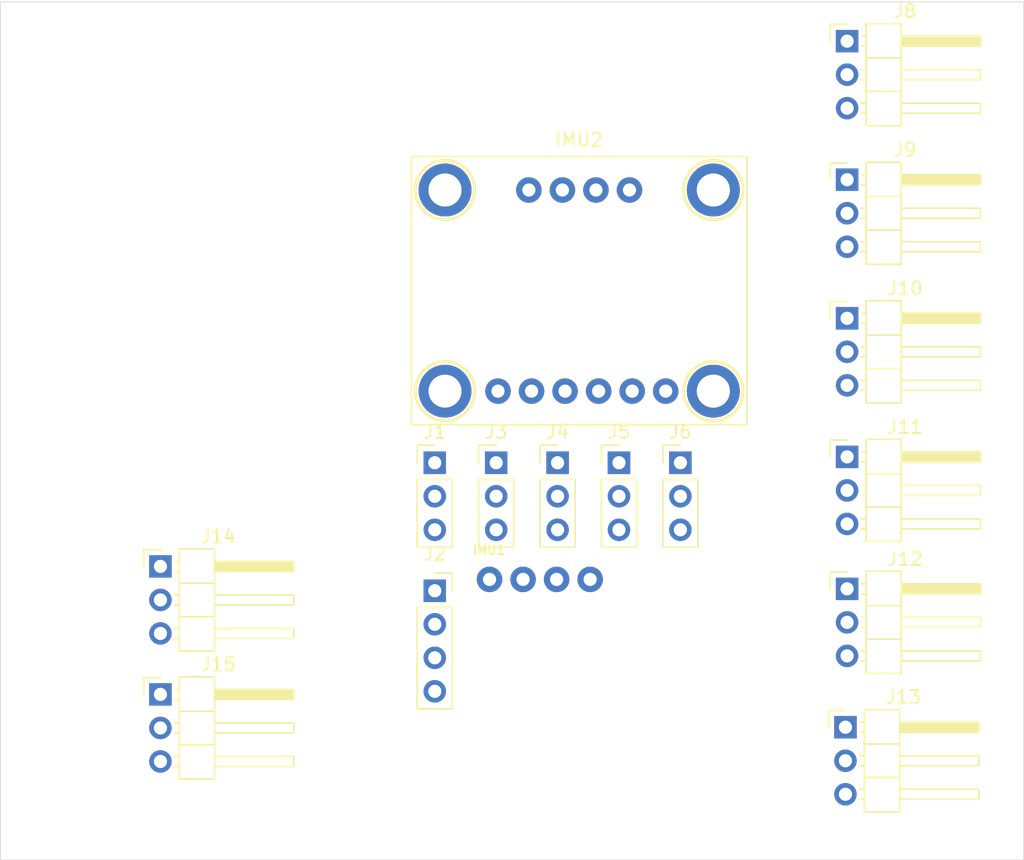
<source format=kicad_pcb>
(kicad_pcb (version 20240108) (generator "pcbnew") (generator_version "8.0")
  (layers (0 "F.Cu" signal) (31 "B.Cu" signal) (34 "B.Paste" user) (35 "F.Paste" user) (36 "B.SilkS" user "B.Silkscreen") (37 "F.SilkS" user "F.Silkscreen") (38 "B.Mask" user) (39 "F.Mask" user) (44 "Edge.Cuts" user))
  (net 0 "")
  (net 1 "/GND")
  (net 2 "/PWM2")
  (net 3 "/3.3VPWR")
  (net 4 "/SCL")
  (net 5 "/SDA")
  (net 6 "/PWR")
  (net 8 "/PWM1")
  (net 10 "/PWM3")
  (net 13 "/PWM0")
  (net 14 "/PWM4")
  (net 15 "/S119")
  (net 17 "/S221")
  (net 20 "/S323")
  (net 21 "/S431")
  (net 23 "/E37")
  (net 26 "/PIN5")
  (net 27 "/B36")
  (net 30 "/PIN17")
  (footprint "Adafruit BNO055:1X04_ROUND_76" (layer "F.Cu") (at 141.3566 93.7602)
    (property "Reference" "IMU1" (at -5.1562 -1.8288 0) (layer "F.SilkS") (effects (font (size 0.666496 0.666496) (thickness 0.146304)) (justify left bottom)))
    (property "Value" "HEADER-1X476MIL")
    (pad "1" thru_hole circle (at -3.81 0 90) (size 1.9304 1.9304) (drill 1) (layers "*.Cu" "*.Mask"))
    (pad "2" thru_hole circle (at -1.27 0 90) (size 1.9304 1.9304) (drill 1) (layers "*.Cu" "*.Mask"))
    (pad "3" thru_hole circle (at 1.27 0 90) (size 1.9304 1.9304) (drill 1) (layers "*.Cu" "*.Mask"))
    (pad "4" thru_hole circle (at 3.81 0 90) (size 1.9304 1.9304) (drill 1) (layers "*.Cu" "*.Mask"))
  )
  (footprint "Connector_PinHeader_2.54mm:PinHeader_1x03_P2.54mm_Horizontal" (layer "F.Cu") (at 164.625 94.475)
    (property "Reference" "J12" (at 4.385 -2.27 0) (layer "F.SilkS"))
    (property "Value" "Conn_01x03_Pin")
    (fp_line (start -1.27 -1.27) (end 0 -1.27) (stroke (width 0.12)) (layer "F.SilkS"))
    (fp_line (start -1.27 0) (end -1.27 -1.27) (stroke (width 0.12)) (layer "F.SilkS"))
    (fp_line (start 1.042929 2.16) (end 1.44 2.16) (stroke (width 0.12)) (layer "F.SilkS"))
    (fp_line (start 1.042929 2.92) (end 1.44 2.92) (stroke (width 0.12)) (layer "F.SilkS"))
    (fp_line (start 1.042929 4.7) (end 1.44 4.7) (stroke (width 0.12)) (layer "F.SilkS"))
    (fp_line (start 1.042929 5.46) (end 1.44 5.46) (stroke (width 0.12)) (layer "F.SilkS"))
    (fp_line (start 1.11 -0.38) (end 1.44 -0.38) (stroke (width 0.12)) (layer "F.SilkS"))
    (fp_line (start 1.11 0.38) (end 1.44 0.38) (stroke (width 0.12)) (layer "F.SilkS"))
    (fp_line (start 1.44 -1.33) (end 1.44 6.41) (stroke (width 0.12)) (layer "F.SilkS"))
    (fp_line (start 1.44 1.27) (end 4.1 1.27) (stroke (width 0.12)) (layer "F.SilkS"))
    (fp_line (start 1.44 3.81) (end 4.1 3.81) (stroke (width 0.12)) (layer "F.SilkS"))
    (fp_line (start 1.44 6.41) (end 4.1 6.41) (stroke (width 0.12)) (layer "F.SilkS"))
    (fp_line (start 4.1 -1.33) (end 1.44 -1.33) (stroke (width 0.12)) (layer "F.SilkS"))
    (fp_line (start 4.1 -0.38) (end 10.1 -0.38) (stroke (width 0.12)) (layer "F.SilkS"))
    (fp_line (start 4.1 -0.32) (end 10.1 -0.32) (stroke (width 0.12)) (layer "F.SilkS"))
    (fp_line (start 4.1 -0.2) (end 10.1 -0.2) (stroke (width 0.12)) (layer "F.SilkS"))
    (fp_line (start 4.1 -0.08) (end 10.1 -0.08) (stroke (width 0.12)) (layer "F.SilkS"))
    (fp_line (start 4.1 0.04) (end 10.1 0.04) (stroke (width 0.12)) (layer "F.SilkS"))
    (fp_line (start 4.1 0.16) (end 10.1 0.16) (stroke (width 0.12)) (layer "F.SilkS"))
    (fp_line (start 4.1 0.28) (end 10.1 0.28) (stroke (width 0.12)) (layer "F.SilkS"))
    (fp_line (start 4.1 2.16) (end 10.1 2.16) (stroke (width 0.12)) (layer "F.SilkS"))
    (fp_line (start 4.1 4.7) (end 10.1 4.7) (stroke (width 0.12)) (layer "F.SilkS"))
    (fp_line (start 4.1 6.41) (end 4.1 -1.33) (stroke (width 0.12)) (layer "F.SilkS"))
    (fp_line (start 10.1 -0.38) (end 10.1 0.38) (stroke (width 0.12)) (layer "F.SilkS"))
    (fp_line (start 10.1 0.38) (end 4.1 0.38) (stroke (width 0.12)) (layer "F.SilkS"))
    (fp_line (start 10.1 2.16) (end 10.1 2.92) (stroke (width 0.12)) (layer "F.SilkS"))
    (fp_line (start 10.1 2.92) (end 4.1 2.92) (stroke (width 0.12)) (layer "F.SilkS"))
    (fp_line (start 10.1 4.7) (end 10.1 5.46) (stroke (width 0.12)) (layer "F.SilkS"))
    (fp_line (start 10.1 5.46) (end 4.1 5.46) (stroke (width 0.12)) (layer "F.SilkS"))
    (pad "1" thru_hole rect (at 0 0) (size 1.7 1.7) (drill 1) (layers "*.Cu" "*.Mask") (net 1 "/GND"))
    (pad "2" thru_hole oval (at 0 2.54) (size 1.7 1.7) (drill 1) (layers "*.Cu" "*.Mask"))
    (pad "3" thru_hole oval (at 0 5.08) (size 1.7 1.7) (drill 1) (layers "*.Cu" "*.Mask") (net 23 "/E37"))
  )
  (footprint "Connector_PinHeader_2.54mm:PinHeader_1x03_P2.54mm_Horizontal" (layer "F.Cu") (at 112.625 92.775)
    (property "Reference" "J14" (at 4.385 -2.27 0) (layer "F.SilkS"))
    (property "Value" "Conn_01x03_Pin")
    (fp_line (start -1.27 -1.27) (end 0 -1.27) (stroke (width 0.12)) (layer "F.SilkS"))
    (fp_line (start -1.27 0) (end -1.27 -1.27) (stroke (width 0.12)) (layer "F.SilkS"))
    (fp_line (start 1.042929 2.16) (end 1.44 2.16) (stroke (width 0.12)) (layer "F.SilkS"))
    (fp_line (start 1.042929 2.92) (end 1.44 2.92) (stroke (width 0.12)) (layer "F.SilkS"))
    (fp_line (start 1.042929 4.7) (end 1.44 4.7) (stroke (width 0.12)) (layer "F.SilkS"))
    (fp_line (start 1.042929 5.46) (end 1.44 5.46) (stroke (width 0.12)) (layer "F.SilkS"))
    (fp_line (start 1.11 -0.38) (end 1.44 -0.38) (stroke (width 0.12)) (layer "F.SilkS"))
    (fp_line (start 1.11 0.38) (end 1.44 0.38) (stroke (width 0.12)) (layer "F.SilkS"))
    (fp_line (start 1.44 -1.33) (end 1.44 6.41) (stroke (width 0.12)) (layer "F.SilkS"))
    (fp_line (start 1.44 1.27) (end 4.1 1.27) (stroke (width 0.12)) (layer "F.SilkS"))
    (fp_line (start 1.44 3.81) (end 4.1 3.81) (stroke (width 0.12)) (layer "F.SilkS"))
    (fp_line (start 1.44 6.41) (end 4.1 6.41) (stroke (width 0.12)) (layer "F.SilkS"))
    (fp_line (start 4.1 -1.33) (end 1.44 -1.33) (stroke (width 0.12)) (layer "F.SilkS"))
    (fp_line (start 4.1 -0.38) (end 10.1 -0.38) (stroke (width 0.12)) (layer "F.SilkS"))
    (fp_line (start 4.1 -0.32) (end 10.1 -0.32) (stroke (width 0.12)) (layer "F.SilkS"))
    (fp_line (start 4.1 -0.2) (end 10.1 -0.2) (stroke (width 0.12)) (layer "F.SilkS"))
    (fp_line (start 4.1 -0.08) (end 10.1 -0.08) (stroke (width 0.12)) (layer "F.SilkS"))
    (fp_line (start 4.1 0.04) (end 10.1 0.04) (stroke (width 0.12)) (layer "F.SilkS"))
    (fp_line (start 4.1 0.16) (end 10.1 0.16) (stroke (width 0.12)) (layer "F.SilkS"))
    (fp_line (start 4.1 0.28) (end 10.1 0.28) (stroke (width 0.12)) (layer "F.SilkS"))
    (fp_line (start 4.1 2.16) (end 10.1 2.16) (stroke (width 0.12)) (layer "F.SilkS"))
    (fp_line (start 4.1 4.7) (end 10.1 4.7) (stroke (width 0.12)) (layer "F.SilkS"))
    (fp_line (start 4.1 6.41) (end 4.1 -1.33) (stroke (width 0.12)) (layer "F.SilkS"))
    (fp_line (start 10.1 -0.38) (end 10.1 0.38) (stroke (width 0.12)) (layer "F.SilkS"))
    (fp_line (start 10.1 0.38) (end 4.1 0.38) (stroke (width 0.12)) (layer "F.SilkS"))
    (fp_line (start 10.1 2.16) (end 10.1 2.92) (stroke (width 0.12)) (layer "F.SilkS"))
    (fp_line (start 10.1 2.92) (end 4.1 2.92) (stroke (width 0.12)) (layer "F.SilkS"))
    (fp_line (start 10.1 4.7) (end 10.1 5.46) (stroke (width 0.12)) (layer "F.SilkS"))
    (fp_line (start 10.1 5.46) (end 4.1 5.46) (stroke (width 0.12)) (layer "F.SilkS"))
    (pad "1" thru_hole rect (at 0 0) (size 1.7 1.7) (drill 1) (layers "*.Cu" "*.Mask") (net 1 "/GND"))
    (pad "2" thru_hole oval (at 0 2.54) (size 1.7 1.7) (drill 1) (layers "*.Cu" "*.Mask"))
    (pad "3" thru_hole oval (at 0 5.08) (size 1.7 1.7) (drill 1) (layers "*.Cu" "*.Mask") (net 27 "/B36"))
  )
  (footprint "Connector_PinHeader_2.54mm:PinHeader_1x03_P2.54mm_Vertical" (layer "F.Cu") (at 133.4 84.92)
    (property "Reference" "J1" (at 0 -2.33 0) (layer "F.SilkS"))
    (property "Value" "Conn_01x03_Pin")
    (fp_line (start -1.33 -1.33) (end 0 -1.33) (stroke (width 0.12)) (layer "F.SilkS"))
    (fp_line (start -1.33 0) (end -1.33 -1.33) (stroke (width 0.12)) (layer "F.SilkS"))
    (fp_line (start -1.33 1.27) (end -1.33 6.41) (stroke (width 0.12)) (layer "F.SilkS"))
    (fp_line (start -1.33 1.27) (end 1.33 1.27) (stroke (width 0.12)) (layer "F.SilkS"))
    (fp_line (start -1.33 6.41) (end 1.33 6.41) (stroke (width 0.12)) (layer "F.SilkS"))
    (fp_line (start 1.33 1.27) (end 1.33 6.41) (stroke (width 0.12)) (layer "F.SilkS"))
    (pad "1" thru_hole rect (at 0 0) (size 1.7 1.7) (drill 1) (layers "*.Cu" "*.Mask") (net 1 "/GND"))
    (pad "2" thru_hole oval (at 0 2.54) (size 1.7 1.7) (drill 1) (layers "*.Cu" "*.Mask") (net 3 "/3.3VPWR"))
    (pad "3" thru_hole oval (at 0 5.08) (size 1.7 1.7) (drill 1) (layers "*.Cu" "*.Mask") (net 2 "/PWM2"))
  )
  (footprint "Connector_PinHeader_2.54mm:PinHeader_1x03_P2.54mm_Horizontal" (layer "F.Cu") (at 164.625 52.975)
    (property "Reference" "J8" (at 4.385 -2.27 0) (layer "F.SilkS"))
    (property "Value" "Conn_01x03_Pin")
    (fp_line (start -1.27 -1.27) (end 0 -1.27) (stroke (width 0.12)) (layer "F.SilkS"))
    (fp_line (start -1.27 0) (end -1.27 -1.27) (stroke (width 0.12)) (layer "F.SilkS"))
    (fp_line (start 1.042929 2.16) (end 1.44 2.16) (stroke (width 0.12)) (layer "F.SilkS"))
    (fp_line (start 1.042929 2.92) (end 1.44 2.92) (stroke (width 0.12)) (layer "F.SilkS"))
    (fp_line (start 1.042929 4.7) (end 1.44 4.7) (stroke (width 0.12)) (layer "F.SilkS"))
    (fp_line (start 1.042929 5.46) (end 1.44 5.46) (stroke (width 0.12)) (layer "F.SilkS"))
    (fp_line (start 1.11 -0.38) (end 1.44 -0.38) (stroke (width 0.12)) (layer "F.SilkS"))
    (fp_line (start 1.11 0.38) (end 1.44 0.38) (stroke (width 0.12)) (layer "F.SilkS"))
    (fp_line (start 1.44 -1.33) (end 1.44 6.41) (stroke (width 0.12)) (layer "F.SilkS"))
    (fp_line (start 1.44 1.27) (end 4.1 1.27) (stroke (width 0.12)) (layer "F.SilkS"))
    (fp_line (start 1.44 3.81) (end 4.1 3.81) (stroke (width 0.12)) (layer "F.SilkS"))
    (fp_line (start 1.44 6.41) (end 4.1 6.41) (stroke (width 0.12)) (layer "F.SilkS"))
    (fp_line (start 4.1 -1.33) (end 1.44 -1.33) (stroke (width 0.12)) (layer "F.SilkS"))
    (fp_line (start 4.1 -0.38) (end 10.1 -0.38) (stroke (width 0.12)) (layer "F.SilkS"))
    (fp_line (start 4.1 -0.32) (end 10.1 -0.32) (stroke (width 0.12)) (layer "F.SilkS"))
    (fp_line (start 4.1 -0.2) (end 10.1 -0.2) (stroke (width 0.12)) (layer "F.SilkS"))
    (fp_line (start 4.1 -0.08) (end 10.1 -0.08) (stroke (width 0.12)) (layer "F.SilkS"))
    (fp_line (start 4.1 0.04) (end 10.1 0.04) (stroke (width 0.12)) (layer "F.SilkS"))
    (fp_line (start 4.1 0.16) (end 10.1 0.16) (stroke (width 0.12)) (layer "F.SilkS"))
    (fp_line (start 4.1 0.28) (end 10.1 0.28) (stroke (width 0.12)) (layer "F.SilkS"))
    (fp_line (start 4.1 2.16) (end 10.1 2.16) (stroke (width 0.12)) (layer "F.SilkS"))
    (fp_line (start 4.1 4.7) (end 10.1 4.7) (stroke (width 0.12)) (layer "F.SilkS"))
    (fp_line (start 4.1 6.41) (end 4.1 -1.33) (stroke (width 0.12)) (layer "F.SilkS"))
    (fp_line (start 10.1 -0.38) (end 10.1 0.38) (stroke (width 0.12)) (layer "F.SilkS"))
    (fp_line (start 10.1 0.38) (end 4.1 0.38) (stroke (width 0.12)) (layer "F.SilkS"))
    (fp_line (start 10.1 2.16) (end 10.1 2.92) (stroke (width 0.12)) (layer "F.SilkS"))
    (fp_line (start 10.1 2.92) (end 4.1 2.92) (stroke (width 0.12)) (layer "F.SilkS"))
    (fp_line (start 10.1 4.7) (end 10.1 5.46) (stroke (width 0.12)) (layer "F.SilkS"))
    (fp_line (start 10.1 5.46) (end 4.1 5.46) (stroke (width 0.12)) (layer "F.SilkS"))
    (pad "1" thru_hole rect (at 0 0) (size 1.7 1.7) (drill 1) (layers "*.Cu" "*.Mask") (net 1 "/GND"))
    (pad "2" thru_hole oval (at 0 2.54) (size 1.7 1.7) (drill 1) (layers "*.Cu" "*.Mask"))
    (pad "3" thru_hole oval (at 0 5.08) (size 1.7 1.7) (drill 1) (layers "*.Cu" "*.Mask") (net 15 "/S119"))
  )
  (footprint "Connector_PinHeader_2.54mm:PinHeader_1x03_P2.54mm_Vertical" (layer "F.Cu") (at 142.7 84.92)
    (property "Reference" "J4" (at 0 -2.33 0) (layer "F.SilkS"))
    (property "Value" "Conn_01x03_Pin")
    (fp_line (start -1.33 -1.33) (end 0 -1.33) (stroke (width 0.12)) (layer "F.SilkS"))
    (fp_line (start -1.33 0) (end -1.33 -1.33) (stroke (width 0.12)) (layer "F.SilkS"))
    (fp_line (start -1.33 1.27) (end -1.33 6.41) (stroke (width 0.12)) (layer "F.SilkS"))
    (fp_line (start -1.33 1.27) (end 1.33 1.27) (stroke (width 0.12)) (layer "F.SilkS"))
    (fp_line (start -1.33 6.41) (end 1.33 6.41) (stroke (width 0.12)) (layer "F.SilkS"))
    (fp_line (start 1.33 1.27) (end 1.33 6.41) (stroke (width 0.12)) (layer "F.SilkS"))
    (pad "1" thru_hole rect (at 0 0) (size 1.7 1.7) (drill 1) (layers "*.Cu" "*.Mask") (net 1 "/GND"))
    (pad "2" thru_hole oval (at 0 2.54) (size 1.7 1.7) (drill 1) (layers "*.Cu" "*.Mask") (net 3 "/3.3VPWR"))
    (pad "3" thru_hole oval (at 0 5.08) (size 1.7 1.7) (drill 1) (layers "*.Cu" "*.Mask") (net 10 "/PWM3"))
  )
  (footprint "Connector_PinHeader_2.54mm:PinHeader_1x03_P2.54mm_Vertical" (layer "F.Cu") (at 138.05 84.92)
    (property "Reference" "J3" (at 0 -2.33 0) (layer "F.SilkS"))
    (property "Value" "Conn_01x03_Pin")
    (fp_line (start -1.33 -1.33) (end 0 -1.33) (stroke (width 0.12)) (layer "F.SilkS"))
    (fp_line (start -1.33 0) (end -1.33 -1.33) (stroke (width 0.12)) (layer "F.SilkS"))
    (fp_line (start -1.33 1.27) (end -1.33 6.41) (stroke (width 0.12)) (layer "F.SilkS"))
    (fp_line (start -1.33 1.27) (end 1.33 1.27) (stroke (width 0.12)) (layer "F.SilkS"))
    (fp_line (start -1.33 6.41) (end 1.33 6.41) (stroke (width 0.12)) (layer "F.SilkS"))
    (fp_line (start 1.33 1.27) (end 1.33 6.41) (stroke (width 0.12)) (layer "F.SilkS"))
    (pad "1" thru_hole rect (at 0 0) (size 1.7 1.7) (drill 1) (layers "*.Cu" "*.Mask") (net 8 "/PWM1"))
    (pad "2" thru_hole oval (at 0 2.54) (size 1.7 1.7) (drill 1) (layers "*.Cu" "*.Mask"))
    (pad "3" thru_hole oval (at 0 5.08) (size 1.7 1.7) (drill 1) (layers "*.Cu" "*.Mask"))
  )
  (footprint "Connector_PinSocket_2.54mm:PinSocket_1x04_P2.54mm_Vertical" (layer "F.Cu") (at 133.4 94.62)
    (property "Reference" "J2" (at 0 -2.77 0) (layer "F.SilkS"))
    (property "Value" "Conn_01x04_Pin")
    (fp_line (start -1.33 1.27) (end -1.33 8.95) (stroke (width 0.12)) (layer "F.SilkS"))
    (fp_line (start -1.33 1.27) (end 1.33 1.27) (stroke (width 0.12)) (layer "F.SilkS"))
    (fp_line (start -1.33 8.95) (end 1.33 8.95) (stroke (width 0.12)) (layer "F.SilkS"))
    (fp_line (start 0 -1.33) (end 1.33 -1.33) (stroke (width 0.12)) (layer "F.SilkS"))
    (fp_line (start 1.33 -1.33) (end 1.33 0) (stroke (width 0.12)) (layer "F.SilkS"))
    (fp_line (start 1.33 1.27) (end 1.33 8.95) (stroke (width 0.12)) (layer "F.SilkS"))
    (pad "1" thru_hole rect (at 0 0) (size 1.7 1.7) (drill 1) (layers "*.Cu" "*.Mask") (net 1 "/GND"))
    (pad "2" thru_hole oval (at 0 2.54) (size 1.7 1.7) (drill 1) (layers "*.Cu" "*.Mask") (net 5 "/SDA"))
    (pad "3" thru_hole oval (at 0 5.08) (size 1.7 1.7) (drill 1) (layers "*.Cu" "*.Mask") (net 4 "/SCL"))
    (pad "4" thru_hole oval (at 0 7.62) (size 1.7 1.7) (drill 1) (layers "*.Cu" "*.Mask") (net 6 "/PWR"))
  )
  (footprint "Connector_PinHeader_2.54mm:PinHeader_1x03_P2.54mm_Vertical" (layer "F.Cu") (at 147.35 84.92)
    (property "Reference" "J5" (at 0 -2.33 0) (layer "F.SilkS"))
    (property "Value" "Conn_01x03_Pin")
    (fp_line (start -1.33 -1.33) (end 0 -1.33) (stroke (width 0.12)) (layer "F.SilkS"))
    (fp_line (start -1.33 0) (end -1.33 -1.33) (stroke (width 0.12)) (layer "F.SilkS"))
    (fp_line (start -1.33 1.27) (end -1.33 6.41) (stroke (width 0.12)) (layer "F.SilkS"))
    (fp_line (start -1.33 1.27) (end 1.33 1.27) (stroke (width 0.12)) (layer "F.SilkS"))
    (fp_line (start -1.33 6.41) (end 1.33 6.41) (stroke (width 0.12)) (layer "F.SilkS"))
    (fp_line (start 1.33 1.27) (end 1.33 6.41) (stroke (width 0.12)) (layer "F.SilkS"))
    (pad "1" thru_hole rect (at 0 0) (size 1.7 1.7) (drill 1) (layers "*.Cu" "*.Mask") (net 13 "/PWM0"))
    (pad "2" thru_hole oval (at 0 2.54) (size 1.7 1.7) (drill 1) (layers "*.Cu" "*.Mask"))
    (pad "3" thru_hole oval (at 0 5.08) (size 1.7 1.7) (drill 1) (layers "*.Cu" "*.Mask"))
  )
  (footprint "Connector_PinHeader_2.54mm:PinHeader_1x03_P2.54mm_Horizontal" (layer "F.Cu") (at 164.625 84.475)
    (property "Reference" "J11" (at 4.385 -2.27 0) (layer "F.SilkS"))
    (property "Value" "Conn_01x03_Pin")
    (fp_line (start -1.27 -1.27) (end 0 -1.27) (stroke (width 0.12)) (layer "F.SilkS"))
    (fp_line (start -1.27 0) (end -1.27 -1.27) (stroke (width 0.12)) (layer "F.SilkS"))
    (fp_line (start 1.042929 2.16) (end 1.44 2.16) (stroke (width 0.12)) (layer "F.SilkS"))
    (fp_line (start 1.042929 2.92) (end 1.44 2.92) (stroke (width 0.12)) (layer "F.SilkS"))
    (fp_line (start 1.042929 4.7) (end 1.44 4.7) (stroke (width 0.12)) (layer "F.SilkS"))
    (fp_line (start 1.042929 5.46) (end 1.44 5.46) (stroke (width 0.12)) (layer "F.SilkS"))
    (fp_line (start 1.11 -0.38) (end 1.44 -0.38) (stroke (width 0.12)) (layer "F.SilkS"))
    (fp_line (start 1.11 0.38) (end 1.44 0.38) (stroke (width 0.12)) (layer "F.SilkS"))
    (fp_line (start 1.44 -1.33) (end 1.44 6.41) (stroke (width 0.12)) (layer "F.SilkS"))
    (fp_line (start 1.44 1.27) (end 4.1 1.27) (stroke (width 0.12)) (layer "F.SilkS"))
    (fp_line (start 1.44 3.81) (end 4.1 3.81) (stroke (width 0.12)) (layer "F.SilkS"))
    (fp_line (start 1.44 6.41) (end 4.1 6.41) (stroke (width 0.12)) (layer "F.SilkS"))
    (fp_line (start 4.1 -1.33) (end 1.44 -1.33) (stroke (width 0.12)) (layer "F.SilkS"))
    (fp_line (start 4.1 -0.38) (end 10.1 -0.38) (stroke (width 0.12)) (layer "F.SilkS"))
    (fp_line (start 4.1 -0.32) (end 10.1 -0.32) (stroke (width 0.12)) (layer "F.SilkS"))
    (fp_line (start 4.1 -0.2) (end 10.1 -0.2) (stroke (width 0.12)) (layer "F.SilkS"))
    (fp_line (start 4.1 -0.08) (end 10.1 -0.08) (stroke (width 0.12)) (layer "F.SilkS"))
    (fp_line (start 4.1 0.04) (end 10.1 0.04) (stroke (width 0.12)) (layer "F.SilkS"))
    (fp_line (start 4.1 0.16) (end 10.1 0.16) (stroke (width 0.12)) (layer "F.SilkS"))
    (fp_line (start 4.1 0.28) (end 10.1 0.28) (stroke (width 0.12)) (layer "F.SilkS"))
    (fp_line (start 4.1 2.16) (end 10.1 2.16) (stroke (width 0.12)) (layer "F.SilkS"))
    (fp_line (start 4.1 4.7) (end 10.1 4.7) (stroke (width 0.12)) (layer "F.SilkS"))
    (fp_line (start 4.1 6.41) (end 4.1 -1.33) (stroke (width 0.12)) (layer "F.SilkS"))
    (fp_line (start 10.1 -0.38) (end 10.1 0.38) (stroke (width 0.12)) (layer "F.SilkS"))
    (fp_line (start 10.1 0.38) (end 4.1 0.38) (stroke (width 0.12)) (layer "F.SilkS"))
    (fp_line (start 10.1 2.16) (end 10.1 2.92) (stroke (width 0.12)) (layer "F.SilkS"))
    (fp_line (start 10.1 2.92) (end 4.1 2.92) (stroke (width 0.12)) (layer "F.SilkS"))
    (fp_line (start 10.1 4.7) (end 10.1 5.46) (stroke (width 0.12)) (layer "F.SilkS"))
    (fp_line (start 10.1 5.46) (end 4.1 5.46) (stroke (width 0.12)) (layer "F.SilkS"))
    (pad "1" thru_hole rect (at 0 0) (size 1.7 1.7) (drill 1) (layers "*.Cu" "*.Mask") (net 1 "/GND"))
    (pad "2" thru_hole oval (at 0 2.54) (size 1.7 1.7) (drill 1) (layers "*.Cu" "*.Mask"))
    (pad "3" thru_hole oval (at 0 5.08) (size 1.7 1.7) (drill 1) (layers "*.Cu" "*.Mask") (net 21 "/S431"))
  )
  (footprint "Connector_PinHeader_2.54mm:PinHeader_1x03_P2.54mm_Vertical" (layer "F.Cu") (at 152 84.92)
    (property "Reference" "J6" (at 0 -2.33 0) (layer "F.SilkS"))
    (property "Value" "Conn_01x03_Pin")
    (fp_line (start -1.33 -1.33) (end 0 -1.33) (stroke (width 0.12)) (layer "F.SilkS"))
    (fp_line (start -1.33 0) (end -1.33 -1.33) (stroke (width 0.12)) (layer "F.SilkS"))
    (fp_line (start -1.33 1.27) (end -1.33 6.41) (stroke (width 0.12)) (layer "F.SilkS"))
    (fp_line (start -1.33 1.27) (end 1.33 1.27) (stroke (width 0.12)) (layer "F.SilkS"))
    (fp_line (start -1.33 6.41) (end 1.33 6.41) (stroke (width 0.12)) (layer "F.SilkS"))
    (fp_line (start 1.33 1.27) (end 1.33 6.41) (stroke (width 0.12)) (layer "F.SilkS"))
    (pad "1" thru_hole rect (at 0 0) (size 1.7 1.7) (drill 1) (layers "*.Cu" "*.Mask") (net 1 "/GND"))
    (pad "2" thru_hole oval (at 0 2.54) (size 1.7 1.7) (drill 1) (layers "*.Cu" "*.Mask") (net 3 "/3.3VPWR"))
    (pad "3" thru_hole oval (at 0 5.08) (size 1.7 1.7) (drill 1) (layers "*.Cu" "*.Mask") (net 14 "/PWM4"))
  )
  (footprint "Connector_PinHeader_2.54mm:PinHeader_1x03_P2.54mm_Horizontal" (layer "F.Cu") (at 112.625 102.475)
    (property "Reference" "J15" (at 4.385 -2.27 0) (layer "F.SilkS"))
    (property "Value" "Conn_01x03_Pin")
    (fp_line (start -1.27 -1.27) (end 0 -1.27) (stroke (width 0.12)) (layer "F.SilkS"))
    (fp_line (start -1.27 0) (end -1.27 -1.27) (stroke (width 0.12)) (layer "F.SilkS"))
    (fp_line (start 1.042929 2.16) (end 1.44 2.16) (stroke (width 0.12)) (layer "F.SilkS"))
    (fp_line (start 1.042929 2.92) (end 1.44 2.92) (stroke (width 0.12)) (layer "F.SilkS"))
    (fp_line (start 1.042929 4.7) (end 1.44 4.7) (stroke (width 0.12)) (layer "F.SilkS"))
    (fp_line (start 1.042929 5.46) (end 1.44 5.46) (stroke (width 0.12)) (layer "F.SilkS"))
    (fp_line (start 1.11 -0.38) (end 1.44 -0.38) (stroke (width 0.12)) (layer "F.SilkS"))
    (fp_line (start 1.11 0.38) (end 1.44 0.38) (stroke (width 0.12)) (layer "F.SilkS"))
    (fp_line (start 1.44 -1.33) (end 1.44 6.41) (stroke (width 0.12)) (layer "F.SilkS"))
    (fp_line (start 1.44 1.27) (end 4.1 1.27) (stroke (width 0.12)) (layer "F.SilkS"))
    (fp_line (start 1.44 3.81) (end 4.1 3.81) (stroke (width 0.12)) (layer "F.SilkS"))
    (fp_line (start 1.44 6.41) (end 4.1 6.41) (stroke (width 0.12)) (layer "F.SilkS"))
    (fp_line (start 4.1 -1.33) (end 1.44 -1.33) (stroke (width 0.12)) (layer "F.SilkS"))
    (fp_line (start 4.1 -0.38) (end 10.1 -0.38) (stroke (width 0.12)) (layer "F.SilkS"))
    (fp_line (start 4.1 -0.32) (end 10.1 -0.32) (stroke (width 0.12)) (layer "F.SilkS"))
    (fp_line (start 4.1 -0.2) (end 10.1 -0.2) (stroke (width 0.12)) (layer "F.SilkS"))
    (fp_line (start 4.1 -0.08) (end 10.1 -0.08) (stroke (width 0.12)) (layer "F.SilkS"))
    (fp_line (start 4.1 0.04) (end 10.1 0.04) (stroke (width 0.12)) (layer "F.SilkS"))
    (fp_line (start 4.1 0.16) (end 10.1 0.16) (stroke (width 0.12)) (layer "F.SilkS"))
    (fp_line (start 4.1 0.28) (end 10.1 0.28) (stroke (width 0.12)) (layer "F.SilkS"))
    (fp_line (start 4.1 2.16) (end 10.1 2.16) (stroke (width 0.12)) (layer "F.SilkS"))
    (fp_line (start 4.1 4.7) (end 10.1 4.7) (stroke (width 0.12)) (layer "F.SilkS"))
    (fp_line (start 4.1 6.41) (end 4.1 -1.33) (stroke (width 0.12)) (layer "F.SilkS"))
    (fp_line (start 10.1 -0.38) (end 10.1 0.38) (stroke (width 0.12)) (layer "F.SilkS"))
    (fp_line (start 10.1 0.38) (end 4.1 0.38) (stroke (width 0.12)) (layer "F.SilkS"))
    (fp_line (start 10.1 2.16) (end 10.1 2.92) (stroke (width 0.12)) (layer "F.SilkS"))
    (fp_line (start 10.1 2.92) (end 4.1 2.92) (stroke (width 0.12)) (layer "F.SilkS"))
    (fp_line (start 10.1 4.7) (end 10.1 5.46) (stroke (width 0.12)) (layer "F.SilkS"))
    (fp_line (start 10.1 5.46) (end 4.1 5.46) (stroke (width 0.12)) (layer "F.SilkS"))
    (pad "1" thru_hole rect (at 0 0) (size 1.7 1.7) (drill 1) (layers "*.Cu" "*.Mask") (net 1 "/GND"))
    (pad "2" thru_hole oval (at 0 2.54) (size 1.7 1.7) (drill 1) (layers "*.Cu" "*.Mask"))
    (pad "3" thru_hole oval (at 0 5.08) (size 1.7 1.7) (drill 1) (layers "*.Cu" "*.Mask") (net 30 "/PIN17"))
  )
  (footprint "Adafruit BNO055:Adafruit_BPO055" (layer "F.Cu") (at 144.335 71.875)
    (property "Reference" "IMU2" (at 0 -11.43 0) (layer "F.SilkS"))
    (property "Value" "HEADER-1X6")
    (fp_rect (start -12.7 10.16) (end 12.7 -10.16) (stroke (width 0.12)) (fill none) (layer "F.SilkS"))
    (fp_circle (center -10.16 -7.62) (end -7.91 -7.62) (stroke (width 0.2032)) (fill none) (layer "F.SilkS"))
    (fp_circle (center -10.16 7.62) (end -7.91 7.62) (stroke (width 0.2032)) (fill none) (layer "F.SilkS"))
    (fp_circle (center 10.16 -7.62) (end 12.41 -7.62) (stroke (width 0.2032)) (fill none) (layer "F.SilkS"))
    (fp_circle (center 10.16 7.62) (end 12.41 7.62) (stroke (width 0.2032)) (fill none) (layer "F.SilkS"))
    (pad "1" thru_hole circle (at -6.1468 7.62 90) (size 1.9304 1.9304) (drill 1) (layers "*.Cu" "*.Mask"))
    (pad "1" thru_hole circle (at -3.81 -7.62 90) (size 1.9304 1.9304) (drill 1) (layers "*.Cu" "*.Mask"))
    (pad "2" thru_hole circle (at -3.6068 7.62 90) (size 1.9304 1.9304) (drill 1) (layers "*.Cu" "*.Mask"))
    (pad "2" thru_hole circle (at -1.27 -7.62 90) (size 1.9304 1.9304) (drill 1) (layers "*.Cu" "*.Mask"))
    (pad "3" thru_hole circle (at -1.0668 7.62 90) (size 1.9304 1.9304) (drill 1) (layers "*.Cu" "*.Mask"))
    (pad "3" thru_hole circle (at 1.27 -7.62 90) (size 1.9304 1.9304) (drill 1) (layers "*.Cu" "*.Mask"))
    (pad "4" thru_hole circle (at 1.4732 7.62 90) (size 1.9304 1.9304) (drill 1) (layers "*.Cu" "*.Mask"))
    (pad "4" thru_hole circle (at 3.81 -7.62 90) (size 1.9304 1.9304) (drill 1) (layers "*.Cu" "*.Mask"))
    (pad "5" thru_hole circle (at 4.0132 7.62 90) (size 1.9304 1.9304) (drill 1) (layers "*.Cu" "*.Mask"))
    (pad "6" thru_hole circle (at 6.5532 7.62 90) (size 1.9304 1.9304) (drill 1) (layers "*.Cu" "*.Mask"))
    (pad "M1" thru_hole circle (at -10.16 7.62) (size 4 4) (drill 2.5) (layers "*.Cu" "*.Mask"))
    (pad "M2" thru_hole circle (at -10.16 -7.62) (size 4 4) (drill 2.5) (layers "*.Cu" "*.Mask"))
    (pad "M3" thru_hole circle (at -10.16 -7.62) (size 4 4) (drill 2.5) (layers "*.Cu" "*.Mask"))
    (pad "M3" thru_hole circle (at 10.16 -7.62) (size 4 4) (drill 2.5) (layers "*.Cu" "*.Mask"))
    (pad "M4" thru_hole circle (at 10.16 -7.62) (size 4 4) (drill 2.5) (layers "*.Cu" "*.Mask"))
    (pad "M4" thru_hole circle (at 10.16 7.62) (size 4 4) (drill 2.5) (layers "*.Cu" "*.Mask"))
    (pad "M5" thru_hole circle (at 10.16 7.62) (size 4 4) (drill 2.5) (layers "*.Cu" "*.Mask"))
  )
  (footprint "Connector_PinHeader_2.54mm:PinHeader_1x03_P2.54mm_Horizontal" (layer "F.Cu") (at 164.625 63.475)
    (property "Reference" "J9" (at 4.385 -2.27 0) (layer "F.SilkS"))
    (property "Value" "Conn_01x03_Pin")
    (fp_line (start -1.27 -1.27) (end 0 -1.27) (stroke (width 0.12)) (layer "F.SilkS"))
    (fp_line (start -1.27 0) (end -1.27 -1.27) (stroke (width 0.12)) (layer "F.SilkS"))
    (fp_line (start 1.042929 2.16) (end 1.44 2.16) (stroke (width 0.12)) (layer "F.SilkS"))
    (fp_line (start 1.042929 2.92) (end 1.44 2.92) (stroke (width 0.12)) (layer "F.SilkS"))
    (fp_line (start 1.042929 4.7) (end 1.44 4.7) (stroke (width 0.12)) (layer "F.SilkS"))
    (fp_line (start 1.042929 5.46) (end 1.44 5.46) (stroke (width 0.12)) (layer "F.SilkS"))
    (fp_line (start 1.11 -0.38) (end 1.44 -0.38) (stroke (width 0.12)) (layer "F.SilkS"))
    (fp_line (start 1.11 0.38) (end 1.44 0.38) (stroke (width 0.12)) (layer "F.SilkS"))
    (fp_line (start 1.44 -1.33) (end 1.44 6.41) (stroke (width 0.12)) (layer "F.SilkS"))
    (fp_line (start 1.44 1.27) (end 4.1 1.27) (stroke (width 0.12)) (layer "F.SilkS"))
    (fp_line (start 1.44 3.81) (end 4.1 3.81) (stroke (width 0.12)) (layer "F.SilkS"))
    (fp_line (start 1.44 6.41) (end 4.1 6.41) (stroke (width 0.12)) (layer "F.SilkS"))
    (fp_line (start 4.1 -1.33) (end 1.44 -1.33) (stroke (width 0.12)) (layer "F.SilkS"))
    (fp_line (start 4.1 -0.38) (end 10.1 -0.38) (stroke (width 0.12)) (layer "F.SilkS"))
    (fp_line (start 4.1 -0.32) (end 10.1 -0.32) (stroke (width 0.12)) (layer "F.SilkS"))
    (fp_line (start 4.1 -0.2) (end 10.1 -0.2) (stroke (width 0.12)) (layer "F.SilkS"))
    (fp_line (start 4.1 -0.08) (end 10.1 -0.08) (stroke (width 0.12)) (layer "F.SilkS"))
    (fp_line (start 4.1 0.04) (end 10.1 0.04) (stroke (width 0.12)) (layer "F.SilkS"))
    (fp_line (start 4.1 0.16) (end 10.1 0.16) (stroke (width 0.12)) (layer "F.SilkS"))
    (fp_line (start 4.1 0.28) (end 10.1 0.28) (stroke (width 0.12)) (layer "F.SilkS"))
    (fp_line (start 4.1 2.16) (end 10.1 2.16) (stroke (width 0.12)) (layer "F.SilkS"))
    (fp_line (start 4.1 4.7) (end 10.1 4.7) (stroke (width 0.12)) (layer "F.SilkS"))
    (fp_line (start 4.1 6.41) (end 4.1 -1.33) (stroke (width 0.12)) (layer "F.SilkS"))
    (fp_line (start 10.1 -0.38) (end 10.1 0.38) (stroke (width 0.12)) (layer "F.SilkS"))
    (fp_line (start 10.1 0.38) (end 4.1 0.38) (stroke (width 0.12)) (layer "F.SilkS"))
    (fp_line (start 10.1 2.16) (end 10.1 2.92) (stroke (width 0.12)) (layer "F.SilkS"))
    (fp_line (start 10.1 2.92) (end 4.1 2.92) (stroke (width 0.12)) (layer "F.SilkS"))
    (fp_line (start 10.1 4.7) (end 10.1 5.46) (stroke (width 0.12)) (layer "F.SilkS"))
    (fp_line (start 10.1 5.46) (end 4.1 5.46) (stroke (width 0.12)) (layer "F.SilkS"))
    (pad "1" thru_hole rect (at 0 0) (size 1.7 1.7) (drill 1) (layers "*.Cu" "*.Mask") (net 1 "/GND"))
    (pad "2" thru_hole oval (at 0 2.54) (size 1.7 1.7) (drill 1) (layers "*.Cu" "*.Mask"))
    (pad "3" thru_hole oval (at 0 5.08) (size 1.7 1.7) (drill 1) (layers "*.Cu" "*.Mask") (net 17 "/S221"))
  )
  (footprint "Connector_PinHeader_2.54mm:PinHeader_1x03_P2.54mm_Horizontal" (layer "F.Cu") (at 164.625 73.975)
    (property "Reference" "J10" (at 4.385 -2.27 0) (layer "F.SilkS"))
    (property "Value" "Conn_01x03_Pin")
    (fp_line (start -1.27 -1.27) (end 0 -1.27) (stroke (width 0.12)) (layer "F.SilkS"))
    (fp_line (start -1.27 0) (end -1.27 -1.27) (stroke (width 0.12)) (layer "F.SilkS"))
    (fp_line (start 1.042929 2.16) (end 1.44 2.16) (stroke (width 0.12)) (layer "F.SilkS"))
    (fp_line (start 1.042929 2.92) (end 1.44 2.92) (stroke (width 0.12)) (layer "F.SilkS"))
    (fp_line (start 1.042929 4.7) (end 1.44 4.7) (stroke (width 0.12)) (layer "F.SilkS"))
    (fp_line (start 1.042929 5.46) (end 1.44 5.46) (stroke (width 0.12)) (layer "F.SilkS"))
    (fp_line (start 1.11 -0.38) (end 1.44 -0.38) (stroke (width 0.12)) (layer "F.SilkS"))
    (fp_line (start 1.11 0.38) (end 1.44 0.38) (stroke (width 0.12)) (layer "F.SilkS"))
    (fp_line (start 1.44 -1.33) (end 1.44 6.41) (stroke (width 0.12)) (layer "F.SilkS"))
    (fp_line (start 1.44 1.27) (end 4.1 1.27) (stroke (width 0.12)) (layer "F.SilkS"))
    (fp_line (start 1.44 3.81) (end 4.1 3.81) (stroke (width 0.12)) (layer "F.SilkS"))
    (fp_line (start 1.44 6.41) (end 4.1 6.41) (stroke (width 0.12)) (layer "F.SilkS"))
    (fp_line (start 4.1 -1.33) (end 1.44 -1.33) (stroke (width 0.12)) (layer "F.SilkS"))
    (fp_line (start 4.1 -0.38) (end 10.1 -0.38) (stroke (width 0.12)) (layer "F.SilkS"))
    (fp_line (start 4.1 -0.32) (end 10.1 -0.32) (stroke (width 0.12)) (layer "F.SilkS"))
    (fp_line (start 4.1 -0.2) (end 10.1 -0.2) (stroke (width 0.12)) (layer "F.SilkS"))
    (fp_line (start 4.1 -0.08) (end 10.1 -0.08) (stroke (width 0.12)) (layer "F.SilkS"))
    (fp_line (start 4.1 0.04) (end 10.1 0.04) (stroke (width 0.12)) (layer "F.SilkS"))
    (fp_line (start 4.1 0.16) (end 10.1 0.16) (stroke (width 0.12)) (layer "F.SilkS"))
    (fp_line (start 4.1 0.28) (end 10.1 0.28) (stroke (width 0.12)) (layer "F.SilkS"))
    (fp_line (start 4.1 2.16) (end 10.1 2.16) (stroke (width 0.12)) (layer "F.SilkS"))
    (fp_line (start 4.1 4.7) (end 10.1 4.7) (stroke (width 0.12)) (layer "F.SilkS"))
    (fp_line (start 4.1 6.41) (end 4.1 -1.33) (stroke (width 0.12)) (layer "F.SilkS"))
    (fp_line (start 10.1 -0.38) (end 10.1 0.38) (stroke (width 0.12)) (layer "F.SilkS"))
    (fp_line (start 10.1 0.38) (end 4.1 0.38) (stroke (width 0.12)) (layer "F.SilkS"))
    (fp_line (start 10.1 2.16) (end 10.1 2.92) (stroke (width 0.12)) (layer "F.SilkS"))
    (fp_line (start 10.1 2.92) (end 4.1 2.92) (stroke (width 0.12)) (layer "F.SilkS"))
    (fp_line (start 10.1 4.7) (end 10.1 5.46) (stroke (width 0.12)) (layer "F.SilkS"))
    (fp_line (start 10.1 5.46) (end 4.1 5.46) (stroke (width 0.12)) (layer "F.SilkS"))
    (pad "1" thru_hole rect (at 0 0) (size 1.7 1.7) (drill 1) (layers "*.Cu" "*.Mask") (net 1 "/GND"))
    (pad "2" thru_hole oval (at 0 2.54) (size 1.7 1.7) (drill 1) (layers "*.Cu" "*.Mask"))
    (pad "3" thru_hole oval (at 0 5.08) (size 1.7 1.7) (drill 1) (layers "*.Cu" "*.Mask") (net 20 "/S323"))
  )
  (footprint "Connector_PinHeader_2.54mm:PinHeader_1x03_P2.54mm_Horizontal" (layer "F.Cu") (at 164.5 104.96)
    (property "Reference" "J13" (at 4.385 -2.27 0) (layer "F.SilkS"))
    (property "Value" "Conn_01x03_Pin")
    (fp_line (start -1.27 -1.27) (end 0 -1.27) (stroke (width 0.12)) (layer "F.SilkS"))
    (fp_line (start -1.27 0) (end -1.27 -1.27) (stroke (width 0.12)) (layer "F.SilkS"))
    (fp_line (start 1.042929 2.16) (end 1.44 2.16) (stroke (width 0.12)) (layer "F.SilkS"))
    (fp_line (start 1.042929 2.92) (end 1.44 2.92) (stroke (width 0.12)) (layer "F.SilkS"))
    (fp_line (start 1.042929 4.7) (end 1.44 4.7) (stroke (width 0.12)) (layer "F.SilkS"))
    (fp_line (start 1.042929 5.46) (end 1.44 5.46) (stroke (width 0.12)) (layer "F.SilkS"))
    (fp_line (start 1.11 -0.38) (end 1.44 -0.38) (stroke (width 0.12)) (layer "F.SilkS"))
    (fp_line (start 1.11 0.38) (end 1.44 0.38) (stroke (width 0.12)) (layer "F.SilkS"))
    (fp_line (start 1.44 -1.33) (end 1.44 6.41) (stroke (width 0.12)) (layer "F.SilkS"))
    (fp_line (start 1.44 1.27) (end 4.1 1.27) (stroke (width 0.12)) (layer "F.SilkS"))
    (fp_line (start 1.44 3.81) (end 4.1 3.81) (stroke (width 0.12)) (layer "F.SilkS"))
    (fp_line (start 1.44 6.41) (end 4.1 6.41) (stroke (width 0.12)) (layer "F.SilkS"))
    (fp_line (start 4.1 -1.33) (end 1.44 -1.33) (stroke (width 0.12)) (layer "F.SilkS"))
    (fp_line (start 4.1 -0.38) (end 10.1 -0.38) (stroke (width 0.12)) (layer "F.SilkS"))
    (fp_line (start 4.1 -0.32) (end 10.1 -0.32) (stroke (width 0.12)) (layer "F.SilkS"))
    (fp_line (start 4.1 -0.2) (end 10.1 -0.2) (stroke (width 0.12)) (layer "F.SilkS"))
    (fp_line (start 4.1 -0.08) (end 10.1 -0.08) (stroke (width 0.12)) (layer "F.SilkS"))
    (fp_line (start 4.1 0.04) (end 10.1 0.04) (stroke (width 0.12)) (layer "F.SilkS"))
    (fp_line (start 4.1 0.16) (end 10.1 0.16) (stroke (width 0.12)) (layer "F.SilkS"))
    (fp_line (start 4.1 0.28) (end 10.1 0.28) (stroke (width 0.12)) (layer "F.SilkS"))
    (fp_line (start 4.1 2.16) (end 10.1 2.16) (stroke (width 0.12)) (layer "F.SilkS"))
    (fp_line (start 4.1 4.7) (end 10.1 4.7) (stroke (width 0.12)) (layer "F.SilkS"))
    (fp_line (start 4.1 6.41) (end 4.1 -1.33) (stroke (width 0.12)) (layer "F.SilkS"))
    (fp_line (start 10.1 -0.38) (end 10.1 0.38) (stroke (width 0.12)) (layer "F.SilkS"))
    (fp_line (start 10.1 0.38) (end 4.1 0.38) (stroke (width 0.12)) (layer "F.SilkS"))
    (fp_line (start 10.1 2.16) (end 10.1 2.92) (stroke (width 0.12)) (layer "F.SilkS"))
    (fp_line (start 10.1 2.92) (end 4.1 2.92) (stroke (width 0.12)) (layer "F.SilkS"))
    (fp_line (start 10.1 4.7) (end 10.1 5.46) (stroke (width 0.12)) (layer "F.SilkS"))
    (fp_line (start 10.1 5.46) (end 4.1 5.46) (stroke (width 0.12)) (layer "F.SilkS"))
    (pad "1" thru_hole rect (at 0 0) (size 1.7 1.7) (drill 1) (layers "*.Cu" "*.Mask") (net 1 "/GND"))
    (pad "2" thru_hole oval (at 0 2.54) (size 1.7 1.7) (drill 1) (layers "*.Cu" "*.Mask"))
    (pad "3" thru_hole oval (at 0 5.08) (size 1.7 1.7) (drill 1) (layers "*.Cu" "*.Mask") (net 26 "/PIN5"))
  )
  (gr_rect (start 100.5 50) (end 178 115) (stroke (width 0.05)) (fill none) (layer "Edge.Cuts"))
)
</source>
